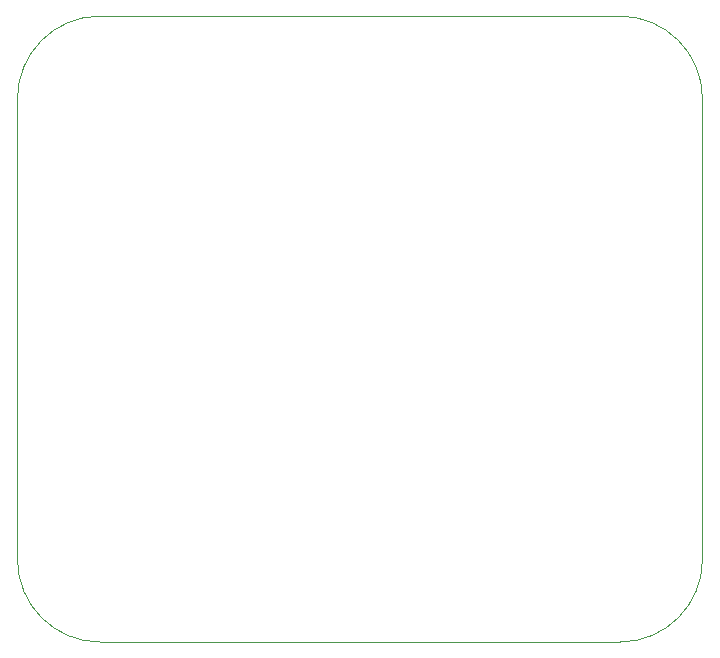
<source format=gbr>
%TF.GenerationSoftware,KiCad,Pcbnew,8.0.4*%
%TF.CreationDate,2024-08-09T00:15:22+02:00*%
%TF.ProjectId,ELE0124CL_control,454c4530-3132-4344-934c-5f636f6e7472,rev?*%
%TF.SameCoordinates,Original*%
%TF.FileFunction,Profile,NP*%
%FSLAX46Y46*%
G04 Gerber Fmt 4.6, Leading zero omitted, Abs format (unit mm)*
G04 Created by KiCad (PCBNEW 8.0.4) date 2024-08-09 00:15:22*
%MOMM*%
%LPD*%
G01*
G04 APERTURE LIST*
%TA.AperFunction,Profile*%
%ADD10C,0.050000*%
%TD*%
G04 APERTURE END LIST*
D10*
X102000000Y-93000000D02*
X102000000Y-54000000D01*
X102000000Y-54000000D02*
G75*
G02*
X109000000Y-47000000I7000000J0D01*
G01*
X109000000Y-100000000D02*
G75*
G02*
X102000000Y-93000000I0J7000000D01*
G01*
X160000000Y-93000000D02*
X160000000Y-54000000D01*
X109000000Y-47000000D02*
X153000000Y-47000000D01*
X153000000Y-47000000D02*
G75*
G02*
X160000000Y-54000000I0J-7000000D01*
G01*
X109000000Y-100000000D02*
X153000000Y-100000000D01*
X160000000Y-93000000D02*
G75*
G02*
X153000000Y-100000000I-7000000J0D01*
G01*
M02*

</source>
